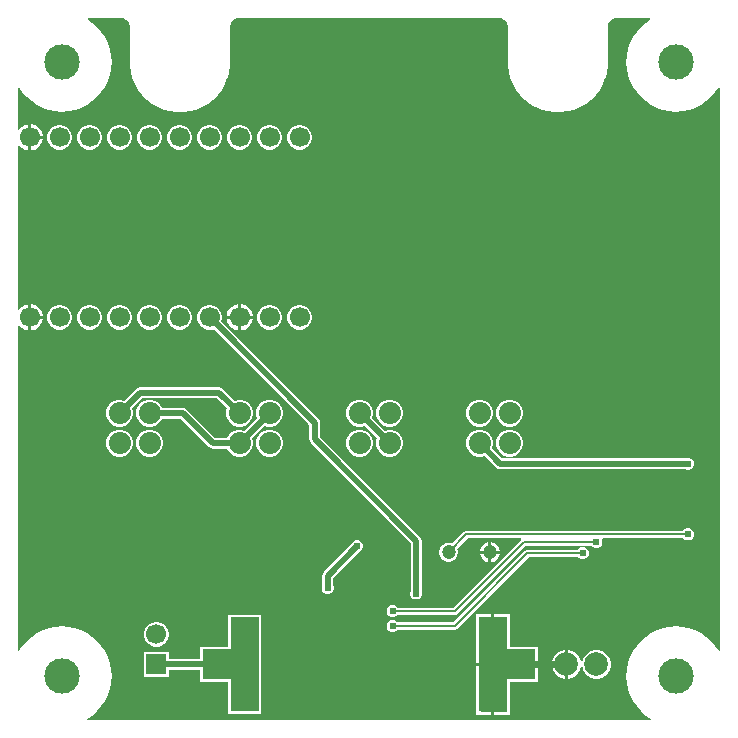
<source format=gbr>
%TF.GenerationSoftware,Altium Limited,Altium Designer,22.7.1 (60)*%
G04 Layer_Physical_Order=2*
G04 Layer_Color=16711680*
%FSLAX43Y43*%
%MOMM*%
%TF.SameCoordinates,DFFB733E-25EA-4B03-B04C-AB34F345C761*%
%TF.FilePolarity,Positive*%
%TF.FileFunction,Copper,L2,Bot,Signal*%
%TF.Part,Single*%
G01*
G75*
%TA.AperFunction,Conductor*%
%ADD10C,0.200*%
%ADD24C,0.500*%
%TA.AperFunction,ComponentPad*%
%ADD26C,2.000*%
%ADD27C,1.700*%
%ADD28R,1.700X1.700*%
%ADD29C,1.875*%
%ADD30C,1.200*%
%TA.AperFunction,WasherPad*%
%ADD31C,3.000*%
%TA.AperFunction,ViaPad*%
%ADD32C,0.610*%
%TA.AperFunction,SMDPad,CuDef*%
%ADD33R,4.800X2.500*%
%ADD34R,2.400X8.000*%
%TA.AperFunction,Conductor*%
%ADD35C,0.600*%
G36*
X53855Y59618D02*
X53438Y59339D01*
X53024Y58976D01*
X52661Y58562D01*
X52355Y58105D01*
X52111Y57611D01*
X51934Y57089D01*
X51827Y56549D01*
X51791Y56000D01*
X51827Y55451D01*
X51934Y54911D01*
X52111Y54389D01*
X52355Y53895D01*
X52661Y53438D01*
X53024Y53024D01*
X53438Y52661D01*
X53896Y52355D01*
X54389Y52111D01*
X54911Y51934D01*
X55451Y51827D01*
X56000Y51791D01*
X56549Y51827D01*
X57089Y51934D01*
X57611Y52111D01*
X58104Y52355D01*
X58562Y52661D01*
X58976Y53024D01*
X59339Y53438D01*
X59618Y53855D01*
X59745Y53817D01*
Y6183D01*
X59618Y6145D01*
X59339Y6562D01*
X58976Y6976D01*
X58562Y7339D01*
X58104Y7645D01*
X57611Y7889D01*
X57089Y8066D01*
X56549Y8173D01*
X56000Y8209D01*
X55451Y8173D01*
X54911Y8066D01*
X54389Y7889D01*
X53896Y7645D01*
X53438Y7339D01*
X53024Y6976D01*
X52661Y6562D01*
X52355Y6104D01*
X52111Y5611D01*
X51934Y5089D01*
X51827Y4549D01*
X51791Y4000D01*
X51827Y3451D01*
X51934Y2911D01*
X52111Y2389D01*
X52355Y1895D01*
X52661Y1438D01*
X53024Y1024D01*
X53438Y661D01*
X53855Y382D01*
X53817Y255D01*
X6183D01*
X6145Y382D01*
X6562Y661D01*
X6976Y1024D01*
X7339Y1438D01*
X7645Y1895D01*
X7889Y2389D01*
X8066Y2911D01*
X8173Y3451D01*
X8209Y4000D01*
X8173Y4549D01*
X8066Y5089D01*
X7889Y5611D01*
X7645Y6104D01*
X7339Y6562D01*
X6976Y6976D01*
X6562Y7339D01*
X6105Y7645D01*
X5611Y7889D01*
X5089Y8066D01*
X4549Y8173D01*
X4000Y8209D01*
X3451Y8173D01*
X2911Y8066D01*
X2389Y7889D01*
X1895Y7645D01*
X1438Y7339D01*
X1024Y6976D01*
X661Y6562D01*
X382Y6145D01*
X255Y6183D01*
Y33685D01*
X378Y33718D01*
X387Y33702D01*
X592Y33497D01*
X844Y33351D01*
X1125Y33276D01*
X1143D01*
Y34380D01*
X1270D01*
D01*
X1143D01*
Y35484D01*
X1125D01*
X844Y35409D01*
X592Y35263D01*
X387Y35058D01*
X378Y35042D01*
X255Y35075D01*
Y48925D01*
X378Y48958D01*
X387Y48942D01*
X592Y48737D01*
X844Y48591D01*
X1125Y48516D01*
X1143D01*
Y49620D01*
Y50724D01*
X1125D01*
X844Y50649D01*
X592Y50503D01*
X387Y50298D01*
X378Y50282D01*
X255Y50315D01*
Y53817D01*
X382Y53855D01*
X661Y53438D01*
X1024Y53024D01*
X1438Y52661D01*
X1895Y52355D01*
X2389Y52111D01*
X2911Y51934D01*
X3451Y51827D01*
X4000Y51791D01*
X4549Y51827D01*
X5089Y51934D01*
X5611Y52111D01*
X6105Y52355D01*
X6562Y52661D01*
X6976Y53024D01*
X7339Y53438D01*
X7645Y53895D01*
X7889Y54389D01*
X8066Y54911D01*
X8173Y55451D01*
X8209Y56000D01*
X8173Y56549D01*
X8066Y57089D01*
X7889Y57611D01*
X7645Y58105D01*
X7339Y58562D01*
X6976Y58976D01*
X6562Y59339D01*
X6145Y59618D01*
X6183Y59745D01*
X9073D01*
X9217Y59716D01*
X9353Y59660D01*
X9475Y59579D01*
X9579Y59475D01*
X9660Y59353D01*
X9716Y59217D01*
X9745Y59073D01*
Y59000D01*
X9745Y58969D01*
X9745Y58969D01*
X9745Y58969D01*
Y56000D01*
X9746Y55996D01*
X9745Y55992D01*
X9754Y55730D01*
X9757Y55718D01*
X9756Y55705D01*
X9824Y55186D01*
X9830Y55170D01*
X9831Y55154D01*
X9966Y54648D01*
X9974Y54633D01*
X9977Y54617D01*
X10177Y54133D01*
X10186Y54119D01*
X10192Y54103D01*
X10453Y53650D01*
X10464Y53638D01*
X10472Y53623D01*
X10790Y53207D01*
X10803Y53196D01*
X10812Y53182D01*
X11182Y52812D01*
X11196Y52803D01*
X11207Y52790D01*
X11623Y52472D01*
X11638Y52464D01*
X11650Y52453D01*
X12103Y52192D01*
X12119Y52186D01*
X12133Y52177D01*
X12617Y51977D01*
X12633Y51974D01*
X12648Y51966D01*
X13154Y51831D01*
X13170Y51830D01*
X13186Y51824D01*
X13705Y51756D01*
X13718Y51757D01*
X13730Y51754D01*
X13992Y51745D01*
X14000Y51747D01*
X14008Y51745D01*
X14270Y51754D01*
X14282Y51757D01*
X14295Y51756D01*
X14814Y51824D01*
X14830Y51830D01*
X14846Y51831D01*
X15352Y51966D01*
X15367Y51974D01*
X15383Y51977D01*
X15867Y52177D01*
X15881Y52186D01*
X15897Y52192D01*
X16350Y52453D01*
X16362Y52464D01*
X16377Y52472D01*
X16793Y52790D01*
X16804Y52803D01*
X16818Y52812D01*
X17188Y53182D01*
X17197Y53196D01*
X17210Y53207D01*
X17528Y53623D01*
X17536Y53638D01*
X17547Y53650D01*
X17808Y54103D01*
X17814Y54119D01*
X17823Y54133D01*
X18023Y54617D01*
X18026Y54633D01*
X18034Y54648D01*
X18169Y55154D01*
X18170Y55170D01*
X18176Y55186D01*
X18244Y55705D01*
X18243Y55718D01*
X18246Y55730D01*
X18255Y55992D01*
X18254Y55996D01*
X18255Y56000D01*
Y59073D01*
X18284Y59217D01*
X18340Y59353D01*
X18421Y59475D01*
X18525Y59579D01*
X18647Y59660D01*
X18783Y59716D01*
X18927Y59745D01*
X41073D01*
X41217Y59716D01*
X41353Y59660D01*
X41475Y59579D01*
X41579Y59475D01*
X41660Y59353D01*
X41716Y59217D01*
X41745Y59073D01*
Y56000D01*
X41746Y55996D01*
X41745Y55992D01*
X41754Y55730D01*
X41757Y55718D01*
X41756Y55705D01*
X41824Y55186D01*
X41830Y55170D01*
X41831Y55154D01*
X41966Y54648D01*
X41974Y54633D01*
X41977Y54617D01*
X42177Y54133D01*
X42186Y54119D01*
X42192Y54103D01*
X42453Y53650D01*
X42464Y53638D01*
X42472Y53623D01*
X42790Y53207D01*
X42803Y53196D01*
X42812Y53182D01*
X43182Y52812D01*
X43196Y52803D01*
X43207Y52790D01*
X43623Y52472D01*
X43638Y52464D01*
X43650Y52453D01*
X44103Y52192D01*
X44119Y52186D01*
X44133Y52177D01*
X44617Y51977D01*
X44633Y51974D01*
X44648Y51966D01*
X45154Y51831D01*
X45170Y51830D01*
X45186Y51824D01*
X45705Y51756D01*
X45718Y51757D01*
X45730Y51754D01*
X45992Y51745D01*
X46000Y51747D01*
X46008Y51745D01*
X46270Y51754D01*
X46282Y51757D01*
X46295Y51756D01*
X46814Y51824D01*
X46830Y51830D01*
X46846Y51831D01*
X47352Y51966D01*
X47367Y51974D01*
X47383Y51977D01*
X47867Y52177D01*
X47881Y52186D01*
X47897Y52192D01*
X48350Y52453D01*
X48362Y52464D01*
X48377Y52472D01*
X48793Y52790D01*
X48804Y52803D01*
X48818Y52812D01*
X49188Y53182D01*
X49197Y53196D01*
X49210Y53207D01*
X49528Y53623D01*
X49536Y53638D01*
X49547Y53650D01*
X49808Y54103D01*
X49814Y54119D01*
X49823Y54133D01*
X50023Y54617D01*
X50026Y54633D01*
X50034Y54648D01*
X50169Y55154D01*
X50170Y55170D01*
X50176Y55186D01*
X50244Y55705D01*
X50243Y55718D01*
X50246Y55730D01*
X50255Y55992D01*
X50254Y55996D01*
X50255Y56000D01*
Y59073D01*
X50284Y59217D01*
X50340Y59353D01*
X50421Y59475D01*
X50525Y59579D01*
X50647Y59660D01*
X50783Y59716D01*
X50927Y59745D01*
X53817D01*
X53855Y59618D01*
D02*
G37*
%LPC*%
G36*
X1415Y50724D02*
X1397D01*
Y49747D01*
X2374D01*
Y49765D01*
X2299Y50046D01*
X2153Y50298D01*
X1948Y50503D01*
X1696Y50649D01*
X1415Y50724D01*
D02*
G37*
G36*
X24268Y50670D02*
X23992D01*
X23725Y50598D01*
X23485Y50460D01*
X23290Y50265D01*
X23152Y50025D01*
X23080Y49758D01*
Y49482D01*
X23152Y49215D01*
X23290Y48975D01*
X23485Y48780D01*
X23725Y48642D01*
X23992Y48570D01*
X24268D01*
X24535Y48642D01*
X24775Y48780D01*
X24970Y48975D01*
X25108Y49215D01*
X25180Y49482D01*
Y49758D01*
X25108Y50025D01*
X24970Y50265D01*
X24775Y50460D01*
X24535Y50598D01*
X24268Y50670D01*
D02*
G37*
G36*
X21728D02*
X21452D01*
X21185Y50598D01*
X20945Y50460D01*
X20750Y50265D01*
X20612Y50025D01*
X20540Y49758D01*
Y49482D01*
X20612Y49215D01*
X20750Y48975D01*
X20945Y48780D01*
X21185Y48642D01*
X21452Y48570D01*
X21728D01*
X21995Y48642D01*
X22235Y48780D01*
X22430Y48975D01*
X22568Y49215D01*
X22640Y49482D01*
Y49758D01*
X22568Y50025D01*
X22430Y50265D01*
X22235Y50460D01*
X21995Y50598D01*
X21728Y50670D01*
D02*
G37*
G36*
X19188D02*
X18912D01*
X18645Y50598D01*
X18405Y50460D01*
X18210Y50265D01*
X18072Y50025D01*
X18000Y49758D01*
Y49482D01*
X18072Y49215D01*
X18210Y48975D01*
X18405Y48780D01*
X18645Y48642D01*
X18912Y48570D01*
X19188D01*
X19455Y48642D01*
X19695Y48780D01*
X19890Y48975D01*
X20028Y49215D01*
X20100Y49482D01*
Y49758D01*
X20028Y50025D01*
X19890Y50265D01*
X19695Y50460D01*
X19455Y50598D01*
X19188Y50670D01*
D02*
G37*
G36*
X16648D02*
X16372D01*
X16105Y50598D01*
X15865Y50460D01*
X15670Y50265D01*
X15532Y50025D01*
X15460Y49758D01*
Y49482D01*
X15532Y49215D01*
X15670Y48975D01*
X15865Y48780D01*
X16105Y48642D01*
X16372Y48570D01*
X16648D01*
X16915Y48642D01*
X17155Y48780D01*
X17350Y48975D01*
X17488Y49215D01*
X17560Y49482D01*
Y49758D01*
X17488Y50025D01*
X17350Y50265D01*
X17155Y50460D01*
X16915Y50598D01*
X16648Y50670D01*
D02*
G37*
G36*
X14108D02*
X13832D01*
X13565Y50598D01*
X13325Y50460D01*
X13130Y50265D01*
X12992Y50025D01*
X12920Y49758D01*
Y49482D01*
X12992Y49215D01*
X13130Y48975D01*
X13325Y48780D01*
X13565Y48642D01*
X13832Y48570D01*
X14108D01*
X14375Y48642D01*
X14615Y48780D01*
X14810Y48975D01*
X14948Y49215D01*
X15020Y49482D01*
Y49758D01*
X14948Y50025D01*
X14810Y50265D01*
X14615Y50460D01*
X14375Y50598D01*
X14108Y50670D01*
D02*
G37*
G36*
X11568D02*
X11292D01*
X11025Y50598D01*
X10785Y50460D01*
X10590Y50265D01*
X10452Y50025D01*
X10380Y49758D01*
Y49482D01*
X10452Y49215D01*
X10590Y48975D01*
X10785Y48780D01*
X11025Y48642D01*
X11292Y48570D01*
X11568D01*
X11835Y48642D01*
X12075Y48780D01*
X12270Y48975D01*
X12408Y49215D01*
X12480Y49482D01*
Y49758D01*
X12408Y50025D01*
X12270Y50265D01*
X12075Y50460D01*
X11835Y50598D01*
X11568Y50670D01*
D02*
G37*
G36*
X9028D02*
X8752D01*
X8485Y50598D01*
X8245Y50460D01*
X8050Y50265D01*
X7912Y50025D01*
X7840Y49758D01*
Y49482D01*
X7912Y49215D01*
X8050Y48975D01*
X8245Y48780D01*
X8485Y48642D01*
X8752Y48570D01*
X9028D01*
X9295Y48642D01*
X9535Y48780D01*
X9730Y48975D01*
X9868Y49215D01*
X9940Y49482D01*
Y49758D01*
X9868Y50025D01*
X9730Y50265D01*
X9535Y50460D01*
X9295Y50598D01*
X9028Y50670D01*
D02*
G37*
G36*
X6488D02*
X6212D01*
X5945Y50598D01*
X5705Y50460D01*
X5510Y50265D01*
X5372Y50025D01*
X5300Y49758D01*
Y49482D01*
X5372Y49215D01*
X5510Y48975D01*
X5705Y48780D01*
X5945Y48642D01*
X6212Y48570D01*
X6488D01*
X6755Y48642D01*
X6995Y48780D01*
X7190Y48975D01*
X7328Y49215D01*
X7400Y49482D01*
Y49758D01*
X7328Y50025D01*
X7190Y50265D01*
X6995Y50460D01*
X6755Y50598D01*
X6488Y50670D01*
D02*
G37*
G36*
X3948D02*
X3672D01*
X3405Y50598D01*
X3165Y50460D01*
X2970Y50265D01*
X2832Y50025D01*
X2760Y49758D01*
Y49482D01*
X2832Y49215D01*
X2970Y48975D01*
X3165Y48780D01*
X3405Y48642D01*
X3672Y48570D01*
X3948D01*
X4215Y48642D01*
X4455Y48780D01*
X4650Y48975D01*
X4788Y49215D01*
X4860Y49482D01*
Y49758D01*
X4788Y50025D01*
X4650Y50265D01*
X4455Y50460D01*
X4215Y50598D01*
X3948Y50670D01*
D02*
G37*
G36*
X2374Y49493D02*
X1397D01*
Y48516D01*
X1415D01*
X1696Y48591D01*
X1948Y48737D01*
X2153Y48942D01*
X2299Y49194D01*
X2374Y49475D01*
Y49493D01*
D02*
G37*
G36*
X19195Y35484D02*
X19177D01*
Y34507D01*
X20154D01*
Y34525D01*
X20079Y34806D01*
X19933Y35058D01*
X19728Y35263D01*
X19476Y35409D01*
X19195Y35484D01*
D02*
G37*
G36*
X1415D02*
X1397D01*
Y34507D01*
X2374D01*
Y34525D01*
X2299Y34806D01*
X2153Y35058D01*
X1948Y35263D01*
X1696Y35409D01*
X1415Y35484D01*
D02*
G37*
G36*
X18923D02*
X18905D01*
X18624Y35409D01*
X18372Y35263D01*
X18167Y35058D01*
X18021Y34806D01*
X17946Y34525D01*
Y34507D01*
X18923D01*
Y35484D01*
D02*
G37*
G36*
X24268Y35430D02*
X23992D01*
X23725Y35358D01*
X23485Y35220D01*
X23290Y35025D01*
X23152Y34785D01*
X23080Y34518D01*
Y34242D01*
X23152Y33975D01*
X23290Y33735D01*
X23485Y33540D01*
X23725Y33402D01*
X23992Y33330D01*
X24268D01*
X24535Y33402D01*
X24775Y33540D01*
X24970Y33735D01*
X25108Y33975D01*
X25180Y34242D01*
Y34518D01*
X25108Y34785D01*
X24970Y35025D01*
X24775Y35220D01*
X24535Y35358D01*
X24268Y35430D01*
D02*
G37*
G36*
X21728D02*
X21452D01*
X21185Y35358D01*
X20945Y35220D01*
X20750Y35025D01*
X20612Y34785D01*
X20540Y34518D01*
Y34242D01*
X20612Y33975D01*
X20750Y33735D01*
X20945Y33540D01*
X21185Y33402D01*
X21452Y33330D01*
X21728D01*
X21995Y33402D01*
X22235Y33540D01*
X22430Y33735D01*
X22568Y33975D01*
X22640Y34242D01*
Y34518D01*
X22568Y34785D01*
X22430Y35025D01*
X22235Y35220D01*
X21995Y35358D01*
X21728Y35430D01*
D02*
G37*
G36*
X14108D02*
X13832D01*
X13565Y35358D01*
X13325Y35220D01*
X13130Y35025D01*
X12992Y34785D01*
X12920Y34518D01*
Y34242D01*
X12992Y33975D01*
X13130Y33735D01*
X13325Y33540D01*
X13565Y33402D01*
X13832Y33330D01*
X14108D01*
X14375Y33402D01*
X14615Y33540D01*
X14810Y33735D01*
X14948Y33975D01*
X15020Y34242D01*
Y34518D01*
X14948Y34785D01*
X14810Y35025D01*
X14615Y35220D01*
X14375Y35358D01*
X14108Y35430D01*
D02*
G37*
G36*
X11568D02*
X11292D01*
X11025Y35358D01*
X10785Y35220D01*
X10590Y35025D01*
X10452Y34785D01*
X10380Y34518D01*
Y34242D01*
X10452Y33975D01*
X10590Y33735D01*
X10785Y33540D01*
X11025Y33402D01*
X11292Y33330D01*
X11568D01*
X11835Y33402D01*
X12075Y33540D01*
X12270Y33735D01*
X12408Y33975D01*
X12480Y34242D01*
Y34518D01*
X12408Y34785D01*
X12270Y35025D01*
X12075Y35220D01*
X11835Y35358D01*
X11568Y35430D01*
D02*
G37*
G36*
X9028D02*
X8752D01*
X8485Y35358D01*
X8245Y35220D01*
X8050Y35025D01*
X7912Y34785D01*
X7840Y34518D01*
Y34242D01*
X7912Y33975D01*
X8050Y33735D01*
X8245Y33540D01*
X8485Y33402D01*
X8752Y33330D01*
X9028D01*
X9295Y33402D01*
X9535Y33540D01*
X9730Y33735D01*
X9868Y33975D01*
X9940Y34242D01*
Y34518D01*
X9868Y34785D01*
X9730Y35025D01*
X9535Y35220D01*
X9295Y35358D01*
X9028Y35430D01*
D02*
G37*
G36*
X6488D02*
X6212D01*
X5945Y35358D01*
X5705Y35220D01*
X5510Y35025D01*
X5372Y34785D01*
X5300Y34518D01*
Y34242D01*
X5372Y33975D01*
X5510Y33735D01*
X5705Y33540D01*
X5945Y33402D01*
X6212Y33330D01*
X6488D01*
X6755Y33402D01*
X6995Y33540D01*
X7190Y33735D01*
X7328Y33975D01*
X7400Y34242D01*
Y34518D01*
X7328Y34785D01*
X7190Y35025D01*
X6995Y35220D01*
X6755Y35358D01*
X6488Y35430D01*
D02*
G37*
G36*
X3948D02*
X3672D01*
X3405Y35358D01*
X3165Y35220D01*
X2970Y35025D01*
X2832Y34785D01*
X2760Y34518D01*
Y34242D01*
X2832Y33975D01*
X2970Y33735D01*
X3165Y33540D01*
X3405Y33402D01*
X3672Y33330D01*
X3948D01*
X4215Y33402D01*
X4455Y33540D01*
X4650Y33735D01*
X4788Y33975D01*
X4860Y34242D01*
Y34518D01*
X4788Y34785D01*
X4650Y35025D01*
X4455Y35220D01*
X4215Y35358D01*
X3948Y35430D01*
D02*
G37*
G36*
X20154Y34253D02*
X19177D01*
Y33276D01*
X19195D01*
X19476Y33351D01*
X19728Y33497D01*
X19933Y33702D01*
X20079Y33954D01*
X20154Y34235D01*
Y34253D01*
D02*
G37*
G36*
X18923D02*
X17946D01*
Y34235D01*
X18021Y33954D01*
X18167Y33702D01*
X18372Y33497D01*
X18624Y33351D01*
X18905Y33276D01*
X18923D01*
Y34253D01*
D02*
G37*
G36*
X2374D02*
X1397D01*
Y33276D01*
X1415D01*
X1696Y33351D01*
X1948Y33497D01*
X2153Y33702D01*
X2299Y33954D01*
X2374Y34235D01*
Y34253D01*
D02*
G37*
G36*
X42060Y27407D02*
X41760D01*
X41471Y27330D01*
X41212Y27180D01*
X41000Y26968D01*
X40850Y26709D01*
X40772Y26420D01*
Y26120D01*
X40850Y25831D01*
X41000Y25572D01*
X41212Y25360D01*
X41471Y25210D01*
X41760Y25132D01*
X42060D01*
X42349Y25210D01*
X42608Y25360D01*
X42820Y25572D01*
X42970Y25831D01*
X43048Y26120D01*
Y26420D01*
X42970Y26709D01*
X42820Y26968D01*
X42608Y27180D01*
X42349Y27330D01*
X42060Y27407D01*
D02*
G37*
G36*
X39520D02*
X39220D01*
X38931Y27330D01*
X38672Y27180D01*
X38460Y26968D01*
X38310Y26709D01*
X38232Y26420D01*
Y26120D01*
X38310Y25831D01*
X38460Y25572D01*
X38672Y25360D01*
X38931Y25210D01*
X39220Y25132D01*
X39520D01*
X39809Y25210D01*
X40068Y25360D01*
X40280Y25572D01*
X40430Y25831D01*
X40507Y26120D01*
Y26420D01*
X40430Y26709D01*
X40280Y26968D01*
X40068Y27180D01*
X39809Y27330D01*
X39520Y27407D01*
D02*
G37*
G36*
X31900D02*
X31600D01*
X31311Y27330D01*
X31052Y27180D01*
X30840Y26968D01*
X30690Y26709D01*
X30612Y26420D01*
Y26120D01*
X30690Y25831D01*
X30840Y25572D01*
X31052Y25360D01*
X31311Y25210D01*
X31600Y25132D01*
X31900D01*
X32189Y25210D01*
X32448Y25360D01*
X32660Y25572D01*
X32810Y25831D01*
X32888Y26120D01*
Y26420D01*
X32810Y26709D01*
X32660Y26968D01*
X32448Y27180D01*
X32189Y27330D01*
X31900Y27407D01*
D02*
G37*
G36*
X17320Y28459D02*
X10620D01*
X10444Y28424D01*
X10296Y28324D01*
X9307Y27336D01*
X9040Y27407D01*
X8740D01*
X8451Y27330D01*
X8192Y27180D01*
X7980Y26968D01*
X7830Y26709D01*
X7753Y26420D01*
Y26120D01*
X7830Y25831D01*
X7980Y25572D01*
X8192Y25360D01*
X8451Y25210D01*
X8740Y25132D01*
X9040D01*
X9329Y25210D01*
X9588Y25360D01*
X9800Y25572D01*
X9950Y25831D01*
X10028Y26120D01*
Y26420D01*
X9956Y26687D01*
X10810Y27541D01*
X17130D01*
X17984Y26687D01*
X17913Y26420D01*
Y26120D01*
X17990Y25831D01*
X18140Y25572D01*
X18352Y25360D01*
X18611Y25210D01*
X18900Y25132D01*
X19200D01*
X19489Y25210D01*
X19748Y25360D01*
X19960Y25572D01*
X20110Y25831D01*
X20188Y26120D01*
Y26420D01*
X20110Y26709D01*
X19960Y26968D01*
X19748Y27180D01*
X19489Y27330D01*
X19200Y27407D01*
X18900D01*
X18633Y27336D01*
X17644Y28324D01*
X17496Y28424D01*
X17320Y28459D01*
D02*
G37*
G36*
X21740Y27407D02*
X21440D01*
X21151Y27330D01*
X20892Y27180D01*
X20680Y26968D01*
X20530Y26709D01*
X20452Y26420D01*
Y26120D01*
X20524Y25853D01*
X19467Y24796D01*
X19200Y24868D01*
X18900D01*
X18611Y24790D01*
X18352Y24640D01*
X18140Y24428D01*
X18001Y24189D01*
X16960D01*
X14554Y26594D01*
X14406Y26694D01*
X14230Y26729D01*
X12479D01*
X12340Y26968D01*
X12128Y27180D01*
X11869Y27330D01*
X11580Y27407D01*
X11280D01*
X10991Y27330D01*
X10732Y27180D01*
X10520Y26968D01*
X10370Y26709D01*
X10292Y26420D01*
Y26120D01*
X10370Y25831D01*
X10520Y25572D01*
X10732Y25360D01*
X10991Y25210D01*
X11280Y25132D01*
X11580D01*
X11869Y25210D01*
X12128Y25360D01*
X12340Y25572D01*
X12479Y25811D01*
X14040D01*
X16446Y23406D01*
X16594Y23306D01*
X16770Y23271D01*
X18001D01*
X18140Y23032D01*
X18352Y22820D01*
X18611Y22670D01*
X18900Y22593D01*
X19200D01*
X19489Y22670D01*
X19748Y22820D01*
X19960Y23032D01*
X20110Y23291D01*
X20188Y23580D01*
Y23880D01*
X20116Y24147D01*
X21173Y25204D01*
X21440Y25132D01*
X21740D01*
X22029Y25210D01*
X22288Y25360D01*
X22500Y25572D01*
X22650Y25831D01*
X22728Y26120D01*
Y26420D01*
X22650Y26709D01*
X22500Y26968D01*
X22288Y27180D01*
X22029Y27330D01*
X21740Y27407D01*
D02*
G37*
G36*
X42060Y24868D02*
X41760D01*
X41471Y24790D01*
X41212Y24640D01*
X41000Y24428D01*
X40850Y24169D01*
X40772Y23880D01*
Y23580D01*
X40850Y23291D01*
X41000Y23032D01*
X41212Y22820D01*
X41471Y22670D01*
X41760Y22593D01*
X42060D01*
X42349Y22670D01*
X42608Y22820D01*
X42820Y23032D01*
X42970Y23291D01*
X43048Y23580D01*
Y23880D01*
X42970Y24169D01*
X42820Y24428D01*
X42608Y24640D01*
X42349Y24790D01*
X42060Y24868D01*
D02*
G37*
G36*
X29360Y27407D02*
X29060D01*
X28771Y27330D01*
X28512Y27180D01*
X28300Y26968D01*
X28150Y26709D01*
X28073Y26420D01*
Y26120D01*
X28150Y25831D01*
X28300Y25572D01*
X28512Y25360D01*
X28771Y25210D01*
X29060Y25132D01*
X29360D01*
X29627Y25204D01*
X30684Y24147D01*
X30612Y23880D01*
Y23580D01*
X30690Y23291D01*
X30840Y23032D01*
X31052Y22820D01*
X31311Y22670D01*
X31600Y22593D01*
X31900D01*
X32189Y22670D01*
X32448Y22820D01*
X32660Y23032D01*
X32810Y23291D01*
X32888Y23580D01*
Y23880D01*
X32810Y24169D01*
X32660Y24428D01*
X32448Y24640D01*
X32189Y24790D01*
X31900Y24868D01*
X31600D01*
X31333Y24796D01*
X30276Y25853D01*
X30347Y26120D01*
Y26420D01*
X30270Y26709D01*
X30120Y26968D01*
X29908Y27180D01*
X29649Y27330D01*
X29360Y27407D01*
D02*
G37*
G36*
Y24868D02*
X29060D01*
X28771Y24790D01*
X28512Y24640D01*
X28300Y24428D01*
X28150Y24169D01*
X28073Y23880D01*
Y23580D01*
X28150Y23291D01*
X28300Y23032D01*
X28512Y22820D01*
X28771Y22670D01*
X29060Y22593D01*
X29360D01*
X29649Y22670D01*
X29908Y22820D01*
X30120Y23032D01*
X30270Y23291D01*
X30347Y23580D01*
Y23880D01*
X30270Y24169D01*
X30120Y24428D01*
X29908Y24640D01*
X29649Y24790D01*
X29360Y24868D01*
D02*
G37*
G36*
X21740D02*
X21440D01*
X21151Y24790D01*
X20892Y24640D01*
X20680Y24428D01*
X20530Y24169D01*
X20452Y23880D01*
Y23580D01*
X20530Y23291D01*
X20680Y23032D01*
X20892Y22820D01*
X21151Y22670D01*
X21440Y22593D01*
X21740D01*
X22029Y22670D01*
X22288Y22820D01*
X22500Y23032D01*
X22650Y23291D01*
X22728Y23580D01*
Y23880D01*
X22650Y24169D01*
X22500Y24428D01*
X22288Y24640D01*
X22029Y24790D01*
X21740Y24868D01*
D02*
G37*
G36*
X11580D02*
X11280D01*
X10991Y24790D01*
X10732Y24640D01*
X10520Y24428D01*
X10370Y24169D01*
X10292Y23880D01*
Y23580D01*
X10370Y23291D01*
X10520Y23032D01*
X10732Y22820D01*
X10991Y22670D01*
X11280Y22593D01*
X11580D01*
X11869Y22670D01*
X12128Y22820D01*
X12340Y23032D01*
X12490Y23291D01*
X12568Y23580D01*
Y23880D01*
X12490Y24169D01*
X12340Y24428D01*
X12128Y24640D01*
X11869Y24790D01*
X11580Y24868D01*
D02*
G37*
G36*
X9040D02*
X8740D01*
X8451Y24790D01*
X8192Y24640D01*
X7980Y24428D01*
X7830Y24169D01*
X7753Y23880D01*
Y23580D01*
X7830Y23291D01*
X7980Y23032D01*
X8192Y22820D01*
X8451Y22670D01*
X8740Y22593D01*
X9040D01*
X9329Y22670D01*
X9588Y22820D01*
X9800Y23032D01*
X9950Y23291D01*
X10028Y23580D01*
Y23880D01*
X9950Y24169D01*
X9800Y24428D01*
X9588Y24640D01*
X9329Y24790D01*
X9040Y24868D01*
D02*
G37*
G36*
X39520D02*
X39220D01*
X38931Y24790D01*
X38672Y24640D01*
X38460Y24428D01*
X38310Y24169D01*
X38232Y23880D01*
Y23580D01*
X38310Y23291D01*
X38460Y23032D01*
X38672Y22820D01*
X38931Y22670D01*
X39220Y22593D01*
X39520D01*
X39787Y22664D01*
X40776Y21676D01*
X40924Y21576D01*
X41100Y21541D01*
X56788D01*
X56900Y21495D01*
X57100D01*
X57286Y21572D01*
X57428Y21714D01*
X57505Y21900D01*
Y22100D01*
X57428Y22286D01*
X57286Y22428D01*
X57100Y22505D01*
X56900D01*
X56788Y22459D01*
X41290D01*
X40436Y23313D01*
X40507Y23580D01*
Y23880D01*
X40430Y24169D01*
X40280Y24428D01*
X40068Y24640D01*
X39809Y24790D01*
X39520Y24868D01*
D02*
G37*
G36*
X57100Y16505D02*
X56900D01*
X56714Y16428D01*
X56592Y16306D01*
X38250D01*
X38250Y16306D01*
X38133Y16283D01*
X38034Y16216D01*
X38034Y16216D01*
X37061Y15244D01*
X37059Y15245D01*
X36855Y15300D01*
X36645D01*
X36441Y15245D01*
X36259Y15140D01*
X36110Y14991D01*
X36005Y14809D01*
X35950Y14605D01*
Y14395D01*
X36005Y14191D01*
X36110Y14009D01*
X36259Y13860D01*
X36441Y13755D01*
X36645Y13700D01*
X36855D01*
X37059Y13755D01*
X37241Y13860D01*
X37390Y14009D01*
X37495Y14191D01*
X37550Y14395D01*
Y14605D01*
X37495Y14809D01*
X37494Y14811D01*
X38377Y15694D01*
X42839D01*
X42875Y15625D01*
X42885Y15567D01*
X37123Y9806D01*
X32408D01*
X32286Y9928D01*
X32100Y10005D01*
X31900D01*
X31714Y9928D01*
X31572Y9786D01*
X31495Y9600D01*
Y9400D01*
X31572Y9214D01*
X31714Y9072D01*
X31900Y8995D01*
X32100D01*
X32286Y9072D01*
X32408Y9194D01*
X37250D01*
X37250Y9194D01*
X37367Y9217D01*
X37466Y9284D01*
X43242Y15059D01*
X48862D01*
X48984Y14937D01*
X49170Y14860D01*
X49370D01*
X49556Y14937D01*
X49698Y15079D01*
X49775Y15265D01*
Y15465D01*
X49733Y15567D01*
X49818Y15694D01*
X56592D01*
X56714Y15572D01*
X56900Y15495D01*
X57100D01*
X57286Y15572D01*
X57428Y15714D01*
X57505Y15900D01*
Y16100D01*
X57428Y16286D01*
X57286Y16428D01*
X57100Y16505D01*
D02*
G37*
G36*
X48200Y14905D02*
X48000D01*
X47814Y14828D01*
X47692Y14706D01*
X43400D01*
X43400Y14706D01*
X43283Y14683D01*
X43184Y14616D01*
X43184Y14616D01*
X37123Y8556D01*
X32408D01*
X32286Y8678D01*
X32100Y8755D01*
X31900D01*
X31714Y8678D01*
X31572Y8536D01*
X31495Y8350D01*
Y8150D01*
X31572Y7964D01*
X31714Y7822D01*
X31900Y7745D01*
X32100D01*
X32286Y7822D01*
X32408Y7944D01*
X37250D01*
X37250Y7944D01*
X37367Y7967D01*
X37466Y8034D01*
X43527Y14094D01*
X47692D01*
X47814Y13972D01*
X48000Y13895D01*
X48200D01*
X48386Y13972D01*
X48528Y14114D01*
X48605Y14300D01*
Y14500D01*
X48528Y14686D01*
X48386Y14828D01*
X48200Y14905D01*
D02*
G37*
G36*
X40377Y15350D02*
Y14627D01*
X41100D01*
X41046Y14830D01*
X40933Y15024D01*
X40774Y15183D01*
X40580Y15296D01*
X40377Y15350D01*
D02*
G37*
G36*
X40123D02*
X39920Y15296D01*
X39726Y15183D01*
X39567Y15024D01*
X39454Y14830D01*
X39400Y14627D01*
X40123D01*
Y15350D01*
D02*
G37*
G36*
X41100Y14373D02*
X40377D01*
Y13650D01*
X40580Y13704D01*
X40774Y13817D01*
X40933Y13976D01*
X41046Y14170D01*
X41100Y14373D01*
D02*
G37*
G36*
X40123D02*
X39400D01*
X39454Y14170D01*
X39567Y13976D01*
X39726Y13817D01*
X39920Y13704D01*
X40123Y13650D01*
Y14373D01*
D02*
G37*
G36*
X29100Y15505D02*
X28899D01*
X28714Y15428D01*
X28572Y15286D01*
X28526Y15175D01*
X26176Y12825D01*
X26076Y12676D01*
X26041Y12500D01*
Y11712D01*
X25995Y11600D01*
Y11400D01*
X26072Y11214D01*
X26214Y11072D01*
X26400Y10995D01*
X26600D01*
X26786Y11072D01*
X26928Y11214D01*
X27005Y11400D01*
Y11600D01*
X26959Y11712D01*
Y12310D01*
X29174Y14526D01*
X29286Y14572D01*
X29428Y14714D01*
X29505Y14900D01*
Y15101D01*
X29428Y15286D01*
X29286Y15428D01*
X29100Y15505D01*
D02*
G37*
G36*
X16648Y35430D02*
X16372D01*
X16105Y35358D01*
X15865Y35220D01*
X15670Y35025D01*
X15532Y34785D01*
X15460Y34518D01*
Y34242D01*
X15532Y33975D01*
X15670Y33735D01*
X15865Y33540D01*
X16105Y33402D01*
X16372Y33330D01*
X16648D01*
X16856Y33386D01*
X24959Y25283D01*
Y24062D01*
X24993Y23886D01*
X25093Y23738D01*
X33541Y15289D01*
Y11212D01*
X33495Y11100D01*
Y10900D01*
X33572Y10714D01*
X33714Y10572D01*
X33900Y10495D01*
X34100D01*
X34286Y10572D01*
X34428Y10714D01*
X34505Y10900D01*
Y11100D01*
X34459Y11212D01*
Y15479D01*
X34424Y15655D01*
X34324Y15804D01*
X25876Y24252D01*
Y25473D01*
X25841Y25648D01*
X25742Y25797D01*
X17504Y34034D01*
X17560Y34242D01*
Y34518D01*
X17488Y34785D01*
X17350Y35025D01*
X17155Y35220D01*
X16915Y35358D01*
X16648Y35430D01*
D02*
G37*
G36*
X12138Y8590D02*
X11862D01*
X11595Y8518D01*
X11355Y8380D01*
X11160Y8185D01*
X11022Y7945D01*
X10950Y7678D01*
Y7402D01*
X11022Y7135D01*
X11160Y6895D01*
X11355Y6700D01*
X11595Y6562D01*
X11862Y6490D01*
X12138D01*
X12405Y6562D01*
X12645Y6700D01*
X12840Y6895D01*
X12978Y7135D01*
X13050Y7402D01*
Y7678D01*
X12978Y7945D01*
X12840Y8185D01*
X12645Y8380D01*
X12405Y8518D01*
X12138Y8590D01*
D02*
G37*
G36*
X20900Y9200D02*
X18100D01*
Y6450D01*
X15700D01*
Y5459D01*
X13050D01*
Y6050D01*
X10950D01*
Y3950D01*
X13050D01*
Y4541D01*
X15700D01*
Y3550D01*
X18100D01*
Y800D01*
X20900D01*
Y3550D01*
Y6450D01*
Y9200D01*
D02*
G37*
G36*
X40373Y9254D02*
X39046D01*
Y6504D01*
Y5127D01*
X39500D01*
Y9000D01*
X40373D01*
Y9254D01*
D02*
G37*
G36*
X41954D02*
X40627D01*
Y9000D01*
X41700D01*
Y5824D01*
X43300D01*
Y5127D01*
X44354D01*
Y6504D01*
X41954D01*
Y9254D01*
D02*
G37*
G36*
X46603Y6254D02*
X46565D01*
X46246Y6169D01*
X45960Y6003D01*
X45727Y5770D01*
X45561Y5484D01*
X45476Y5165D01*
Y5127D01*
X46603D01*
Y6254D01*
D02*
G37*
G36*
X46895D02*
X46857D01*
Y5000D01*
Y3746D01*
X46895D01*
X47214Y3831D01*
X47500Y3997D01*
X47733Y4230D01*
X47899Y4516D01*
X47962Y4754D01*
X48094D01*
X48152Y4537D01*
X48310Y4263D01*
X48533Y4040D01*
X48807Y3882D01*
X49112Y3800D01*
X49428D01*
X49733Y3882D01*
X50007Y4040D01*
X50230Y4263D01*
X50388Y4537D01*
X50470Y4842D01*
Y5158D01*
X50388Y5463D01*
X50230Y5737D01*
X50007Y5960D01*
X49733Y6118D01*
X49428Y6200D01*
X49112D01*
X48807Y6118D01*
X48533Y5960D01*
X48310Y5737D01*
X48152Y5463D01*
X48094Y5246D01*
X47962D01*
X47899Y5484D01*
X47733Y5770D01*
X47500Y6003D01*
X47214Y6169D01*
X46895Y6254D01*
D02*
G37*
G36*
X46603Y4873D02*
X45476D01*
Y4835D01*
X45561Y4516D01*
X45727Y4230D01*
X45960Y3997D01*
X46246Y3831D01*
X46565Y3746D01*
X46603D01*
Y4873D01*
D02*
G37*
G36*
X44354Y4873D02*
X43300D01*
Y4300D01*
X41700D01*
Y1000D01*
X40627D01*
Y746D01*
X41954D01*
Y3496D01*
X44354D01*
Y4873D01*
D02*
G37*
G36*
X39500D02*
X39046D01*
Y3496D01*
Y746D01*
X40373D01*
Y1000D01*
X39500D01*
Y4873D01*
D02*
G37*
%LPD*%
D10*
X37000Y11000D02*
X37500Y11500D01*
Y12500D01*
X31580Y14443D02*
X32502Y15365D01*
X30600Y13600D02*
X31443Y14443D01*
X31580D01*
X43115Y15365D02*
X49270D01*
X36750Y14500D02*
X38250Y16000D01*
X57000D01*
X37250Y9500D02*
X43115Y15365D01*
X37000Y13000D02*
X37500Y12500D01*
X43500Y10750D02*
X46750Y7500D01*
X43500Y10750D02*
Y13000D01*
X37250Y8250D02*
X43400Y14400D01*
X48100D01*
X30600Y12100D02*
Y13600D01*
X32000Y9500D02*
X37250D01*
X32000Y8250D02*
X37250D01*
X11300Y16500D02*
X18000D01*
X3000Y16000D02*
X10800D01*
X11300Y16500D01*
X1270Y26330D02*
Y34380D01*
X3000Y16000D02*
Y24600D01*
X1270Y26330D02*
X3000Y24600D01*
X18000Y11000D02*
Y16500D01*
X46750Y7500D02*
X49250Y10000D01*
X57000D01*
X46750Y5020D02*
Y7500D01*
X46730Y5000D02*
X46750Y5020D01*
D24*
X25417Y24062D02*
X34000Y15479D01*
X25417Y24062D02*
Y25473D01*
X34000Y11000D02*
Y15479D01*
X16510Y34380D02*
X25417Y25473D01*
X17320Y28000D02*
X19050Y26270D01*
X10620Y28000D02*
X17320D01*
X8890Y26270D02*
X10620Y28000D01*
X16510Y34380D02*
Y34380D01*
X19050Y23730D02*
X21590Y26270D01*
X26500Y12500D02*
X29000Y15000D01*
X12000Y5000D02*
X19400D01*
X11430Y26270D02*
X14230D01*
X16770Y23730D02*
X19050D01*
X14230Y26270D02*
X16770Y23730D01*
X29210Y26270D02*
X31750Y23730D01*
X39370D02*
X41100Y22000D01*
X57000D01*
X26500Y11500D02*
Y12500D01*
D26*
X46730Y5000D02*
D03*
X49270D02*
D03*
D27*
X24130Y49620D02*
D03*
X16510D02*
D03*
X24130Y34380D02*
D03*
X21590D02*
D03*
X19050D02*
D03*
X16510D02*
D03*
X13970D02*
D03*
X11430D02*
D03*
X8890D02*
D03*
X6350D02*
D03*
X3810D02*
D03*
X1270D02*
D03*
Y49620D02*
D03*
X3810D02*
D03*
X6350D02*
D03*
X8890D02*
D03*
X11430D02*
D03*
X13970D02*
D03*
X21590D02*
D03*
X19050D02*
D03*
X12000Y7540D02*
D03*
D28*
Y5000D02*
D03*
D29*
X39370Y26270D02*
D03*
X41910D02*
D03*
X39370Y23730D02*
D03*
X41910D02*
D03*
X11430Y26270D02*
D03*
Y23730D02*
D03*
X8890Y26270D02*
D03*
Y23730D02*
D03*
X21590D02*
D03*
X19050D02*
D03*
X21590Y26270D02*
D03*
X19050D02*
D03*
X31750Y23730D02*
D03*
X29210D02*
D03*
X31750Y26270D02*
D03*
X29210D02*
D03*
D30*
X40250Y14500D02*
D03*
X36750D02*
D03*
D31*
X56000Y56000D02*
D03*
Y4000D02*
D03*
X4000D02*
D03*
Y56000D02*
D03*
D32*
X37000Y11000D02*
D03*
X32502Y15365D02*
D03*
X49270D02*
D03*
X40000Y57000D02*
D03*
X21000D02*
D03*
X11000Y10500D02*
D03*
X12000Y1500D02*
D03*
X3000Y38500D02*
D03*
Y45500D02*
D03*
X6500Y31000D02*
D03*
X19000Y46000D02*
D03*
X16500Y38000D02*
D03*
X36000Y46500D02*
D03*
X28000Y37500D02*
D03*
X44000Y50500D02*
D03*
X55000D02*
D03*
X44000Y40000D02*
D03*
X55000D02*
D03*
Y31500D02*
D03*
X44000D02*
D03*
X40227Y19895D02*
D03*
X51000Y20000D02*
D03*
X25000Y5000D02*
D03*
X13000Y20000D02*
D03*
X25000D02*
D03*
X18000D02*
D03*
X43500Y13000D02*
D03*
X9000Y21600D02*
D03*
X48100Y14400D02*
D03*
X28950Y52500D02*
D03*
X37000Y13000D02*
D03*
X35560Y25000D02*
D03*
X29000Y15000D02*
D03*
X34000Y11000D02*
D03*
X29400Y12100D02*
D03*
X30600D02*
D03*
X29400Y10900D02*
D03*
X30600D02*
D03*
X3000Y16000D02*
D03*
X18000Y16500D02*
D03*
Y11000D02*
D03*
X32000Y8250D02*
D03*
X57000Y10000D02*
D03*
Y16000D02*
D03*
Y22000D02*
D03*
X26500Y11500D02*
D03*
X32000Y9500D02*
D03*
D33*
X18300Y5000D02*
D03*
X41700D02*
D03*
D34*
X40500D02*
D03*
X19500D02*
D03*
D35*
X41700D02*
X46730D01*
X40600D02*
X41700D01*
%TF.MD5,012bb4047b7e7da5d88959acf134bcdb*%
M02*

</source>
